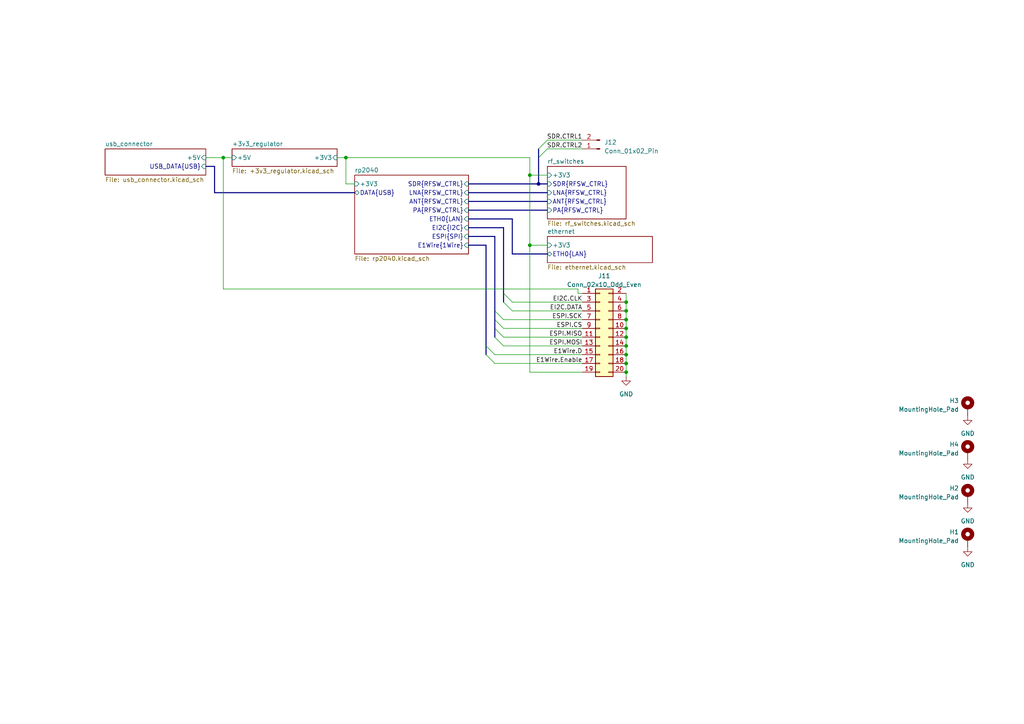
<source format=kicad_sch>
(kicad_sch (version 20230121) (generator eeschema)
  (paper "A4")
  (lib_symbols
    (symbol "Connector:Conn_01x02_Pin" (pin_names (offset 1.016) hide)
      (property "Reference" "J" (at 0 2.54 0))
      (property "Value" "Conn_01x02_Pin" (at 0 -5.08 0))
      (symbol "Conn_01x02_Pin_1_1"
        (polyline (pts (xy 1.27 -2.54) (xy 0.8636 -2.54)) (stroke (width 0.1524)))
        (polyline (pts (xy 1.27 0) (xy 0.8636 0)) (stroke (width 0.1524)))
        (rectangle (start 0.8636 -2.413) (end 0 -2.667) (stroke (width 0.1524)) (fill (type outline)))
        (rectangle (start 0.8636 0.127) (end 0 -0.127) (stroke (width 0.1524)) (fill (type outline)))
        (pin passive line (at 5.08 0 180) (length 3.81) (name "Pin_1") (number "1"))
        (pin passive line (at 5.08 -2.54 180) (length 3.81) (name "Pin_2") (number "2"))
      )
    )
    (symbol "Connector_Generic:Conn_02x10_Odd_Even" (pin_names (offset 1.016) hide)
      (property "Reference" "J" (at 1.27 12.7 0))
      (property "Value" "Conn_02x10_Odd_Even" (at 1.27 -15.24 0))
      (symbol "Conn_02x10_Odd_Even_1_1"
        (rectangle (start -1.27 -12.573) (end 0 -12.827) (stroke (width 0.1524)))
        (rectangle (start -1.27 -10.033) (end 0 -10.287) (stroke (width 0.1524)))
        (rectangle (start -1.27 -7.493) (end 0 -7.747) (stroke (width 0.1524)))
        (rectangle (start -1.27 -4.953) (end 0 -5.207) (stroke (width 0.1524)))
        (rectangle (start -1.27 -2.413) (end 0 -2.667) (stroke (width 0.1524)))
        (rectangle (start -1.27 0.127) (end 0 -0.127) (stroke (width 0.1524)))
        (rectangle (start -1.27 2.667) (end 0 2.413) (stroke (width 0.1524)))
        (rectangle (start -1.27 5.207) (end 0 4.953) (stroke (width 0.1524)))
        (rectangle (start -1.27 7.747) (end 0 7.493) (stroke (width 0.1524)))
        (rectangle (start -1.27 10.287) (end 0 10.033) (stroke (width 0.1524)))
        (rectangle (start -1.27 11.43) (end 3.81 -13.97) (stroke (width 0.254)) (fill (type background)))
        (rectangle (start 3.81 -12.573) (end 2.54 -12.827) (stroke (width 0.1524)))
        (rectangle (start 3.81 -10.033) (end 2.54 -10.287) (stroke (width 0.1524)))
        (rectangle (start 3.81 -7.493) (end 2.54 -7.747) (stroke (width 0.1524)))
        (rectangle (start 3.81 -4.953) (end 2.54 -5.207) (stroke (width 0.1524)))
        (rectangle (start 3.81 -2.413) (end 2.54 -2.667) (stroke (width 0.1524)))
        (rectangle (start 3.81 0.127) (end 2.54 -0.127) (stroke (width 0.1524)))
        (rectangle (start 3.81 2.667) (end 2.54 2.413) (stroke (width 0.1524)))
        (rectangle (start 3.81 5.207) (end 2.54 4.953) (stroke (width 0.1524)))
        (rectangle (start 3.81 7.747) (end 2.54 7.493) (stroke (width 0.1524)))
        (rectangle (start 3.81 10.287) (end 2.54 10.033) (stroke (width 0.1524)))
        (pin passive line (at -5.08 10.16 0) (length 3.81) (name "Pin_1") (number "1"))
        (pin passive line (at 7.62 0 180) (length 3.81) (name "Pin_10") (number "10"))
        (pin passive line (at -5.08 -2.54 0) (length 3.81) (name "Pin_11") (number "11"))
        (pin passive line (at 7.62 -2.54 180) (length 3.81) (name "Pin_12") (number "12"))
        (pin passive line (at -5.08 -5.08 0) (length 3.81) (name "Pin_13") (number "13"))
        (pin passive line (at 7.62 -5.08 180) (length 3.81) (name "Pin_14") (number "14"))
        (pin passive line (at -5.08 -7.62 0) (length 3.81) (name "Pin_15") (number "15"))
        (pin passive line (at 7.62 -7.62 180) (length 3.81) (name "Pin_16") (number "16"))
        (pin passive line (at -5.08 -10.16 0) (length 3.81) (name "Pin_17") (number "17"))
        (pin passive line (at 7.62 -10.16 180) (length 3.81) (name "Pin_18") (number "18"))
        (pin passive line (at -5.08 -12.7 0) (length 3.81) (name "Pin_19") (number "19"))
        (pin passive line (at 7.62 10.16 180) (length 3.81) (name "Pin_2") (number "2"))
        (pin passive line (at 7.62 -12.7 180) (length 3.81) (name "Pin_20") (number "20"))
        (pin passive line (at -5.08 7.62 0) (length 3.81) (name "Pin_3") (number "3"))
        (pin passive line (at 7.62 7.62 180) (length 3.81) (name "Pin_4") (number "4"))
        (pin passive line (at -5.08 5.08 0) (length 3.81) (name "Pin_5") (number "5"))
        (pin passive line (at 7.62 5.08 180) (length 3.81) (name "Pin_6") (number "6"))
        (pin passive line (at -5.08 2.54 0) (length 3.81) (name "Pin_7") (number "7"))
        (pin passive line (at 7.62 2.54 180) (length 3.81) (name "Pin_8") (number "8"))
        (pin passive line (at -5.08 0 0) (length 3.81) (name "Pin_9") (number "9"))
      )
    )
    (symbol "Mechanical:MountingHole_Pad" (pin_numbers hide) (pin_names (offset 1.016) hide)
      (property "Reference" "H" (at 0 6.35 0))
      (property "Value" "MountingHole_Pad" (at 0 4.445 0))
      (symbol "MountingHole_Pad_0_1"
        (circle (center 0 1.27) (radius 1.27) (stroke (width 1.27)))
      )
      (symbol "MountingHole_Pad_1_1"
        (pin input line (at 0 -2.54 90) (length 2.54) (name "1") (number "1"))
      )
    )
    (symbol "power:GND" (power) (pin_names (offset 0))
      (property "Value" "GND" (at 0 -3.81 0))
      (symbol "GND_0_1"
        (polyline (pts (xy 0 0) (xy 0 -1.27) (xy 1.27 -1.27) (xy 0 -2.54) (xy -1.27 -1.27) (xy 0 -1.27)))
      )
      (symbol "GND_1_1"
        (pin power_in line (at 0 0 270) (length 0) hide (name "GND") (number "1"))
      )
    )
  )
  (junction (at 181.61 90.17))
  (junction (at 181.61 102.87))
  (junction (at 181.61 95.25))
  (junction (at 64.77 45.72))
  (junction (at 181.61 107.95))
  (junction (at 156.21 53.34))
  (junction (at 181.61 105.41))
  (junction (at 181.61 97.79))
  (junction (at 181.61 100.33))
  (junction (at 181.61 87.63))
  (junction (at 153.67 50.8))
  (junction (at 100.33 45.72))
  (junction (at 153.67 71.12))
  (junction (at 181.61 92.71))
  (bus_entry (at 146.05 85.09) (size 2.54 2.54))
  (bus_entry (at 140.97 100.33) (size 2.54 2.54))
  (bus_entry (at 140.97 102.87) (size 2.54 2.54))
  (bus_entry (at 156.21 43.18) (size 2.54 -2.54))
  (bus_entry (at 146.05 87.63) (size 2.54 2.54))
  (bus_entry (at 143.51 95.25) (size 2.54 2.54))
  (bus_entry (at 143.51 97.79) (size 2.54 2.54))
  (bus_entry (at 143.51 92.71) (size 2.54 2.54))
  (bus_entry (at 143.51 90.17) (size 2.54 2.54))
  (bus_entry (at 156.21 45.72) (size 2.54 -2.54))
  (wire (pts (xy 97.79 45.72) (xy 100.33 45.72)))
  (bus (pts (xy 146.05 85.09) (xy 146.05 87.63)))
  (wire (pts (xy 64.77 45.72) (xy 64.77 83.82)))
  (bus (pts (xy 135.89 68.58) (xy 143.51 68.58)))
  (bus (pts (xy 143.51 90.17) (xy 143.51 92.71)))
  (wire (pts (xy 181.61 87.63) (xy 181.61 90.17)))
  (bus (pts (xy 135.89 66.04) (xy 146.05 66.04)))
  (wire (pts (xy 167.64 83.82) (xy 64.77 83.82)))
  (wire (pts (xy 102.87 53.34) (xy 100.33 53.34)))
  (bus (pts (xy 135.89 63.5) (xy 148.59 63.5)))
  (wire (pts (xy 153.67 107.95) (xy 168.91 107.95)))
  (bus (pts (xy 143.51 68.58) (xy 143.51 90.17)))
  (bus (pts (xy 62.23 48.26) (xy 62.23 55.88)))
  (bus (pts (xy 135.89 71.12) (xy 140.97 71.12)))
  (wire (pts (xy 153.67 50.8) (xy 158.75 50.8)))
  (bus (pts (xy 135.89 55.88) (xy 158.75 55.88)))
  (wire (pts (xy 153.67 50.8) (xy 153.67 71.12)))
  (wire (pts (xy 153.67 45.72) (xy 153.67 50.8)))
  (wire (pts (xy 146.05 100.33) (xy 168.91 100.33)))
  (bus (pts (xy 143.51 92.71) (xy 143.51 95.25)))
  (wire (pts (xy 181.61 90.17) (xy 181.61 92.71)))
  (wire (pts (xy 64.77 45.72) (xy 67.31 45.72)))
  (bus (pts (xy 135.89 60.96) (xy 158.75 60.96)))
  (wire (pts (xy 146.05 92.71) (xy 168.91 92.71)))
  (wire (pts (xy 158.75 43.18) (xy 168.91 43.18)))
  (wire (pts (xy 181.61 105.41) (xy 181.61 107.95)))
  (wire (pts (xy 146.05 97.79) (xy 168.91 97.79)))
  (wire (pts (xy 168.91 85.09) (xy 167.64 85.09)))
  (wire (pts (xy 181.61 100.33) (xy 181.61 102.87)))
  (wire (pts (xy 181.61 107.95) (xy 181.61 109.22)))
  (wire (pts (xy 181.61 95.25) (xy 181.61 97.79)))
  (wire (pts (xy 181.61 85.09) (xy 181.61 87.63)))
  (bus (pts (xy 143.51 95.25) (xy 143.51 97.79)))
  (bus (pts (xy 146.05 66.04) (xy 146.05 85.09)))
  (wire (pts (xy 181.61 97.79) (xy 181.61 100.33)))
  (wire (pts (xy 143.51 102.87) (xy 168.91 102.87)))
  (bus (pts (xy 156.21 43.18) (xy 156.21 45.72)))
  (wire (pts (xy 100.33 53.34) (xy 100.33 45.72)))
  (wire (pts (xy 167.64 85.09) (xy 167.64 83.82)))
  (bus (pts (xy 156.21 53.34) (xy 158.75 53.34)))
  (wire (pts (xy 153.67 71.12) (xy 158.75 71.12)))
  (wire (pts (xy 146.05 95.25) (xy 168.91 95.25)))
  (bus (pts (xy 135.89 58.42) (xy 158.75 58.42)))
  (wire (pts (xy 153.67 71.12) (xy 153.67 107.95)))
  (wire (pts (xy 148.59 87.63) (xy 168.91 87.63)))
  (wire (pts (xy 143.51 105.41) (xy 168.91 105.41)))
  (wire (pts (xy 158.75 40.64) (xy 168.91 40.64)))
  (bus (pts (xy 148.59 73.66) (xy 158.75 73.66)))
  (bus (pts (xy 140.97 100.33) (xy 140.97 102.87)))
  (bus (pts (xy 148.59 63.5) (xy 148.59 73.66)))
  (bus (pts (xy 62.23 55.88) (xy 102.87 55.88)))
  (wire (pts (xy 59.69 45.72) (xy 64.77 45.72)))
  (wire (pts (xy 181.61 102.87) (xy 181.61 105.41)))
  (bus (pts (xy 135.89 53.34) (xy 156.21 53.34)))
  (bus (pts (xy 59.69 48.26) (xy 62.23 48.26)))
  (bus (pts (xy 156.21 45.72) (xy 156.21 53.34)))
  (wire (pts (xy 181.61 92.71) (xy 181.61 95.25)))
  (wire (pts (xy 148.59 90.17) (xy 168.91 90.17)))
  (bus (pts (xy 140.97 71.12) (xy 140.97 100.33)))
  (wire (pts (xy 100.33 45.72) (xy 153.67 45.72)))
  (label "ESPI.SCK" (at 168.91 92.71 180))
  (label "ESPI.MISO" (at 168.91 97.79 180))
  (label "EI2C.DATA" (at 168.91 90.17 180))
  (label "SDR.CTRL2" (at 168.91 43.18 180))
  (label "EI2C.CLK" (at 168.91 87.63 180))
  (label "E1Wire.D" (at 168.91 102.87 180))
  (label "ESPI.CS" (at 168.91 95.25 180))
  (label "SDR.CTRL1" (at 168.91 40.64 180))
  (label "E1Wire.Enable" (at 168.91 105.41 180))
  (label "ESPI.MOSI" (at 168.91 100.33 180))
  (symbol (lib_id "Mechanical:MountingHole_Pad") (at 280.67 143.51 0) (unit 1)
    (property "Reference" "H2" (at 278.13 141.605 0) (effects (justify right)))
    (property "Value" "MountingHole_Pad" (at 278.13 144.145 0) (effects (justify right)))
    (property "Footprint" "MountingHole:MountingHole_3.2mm_M3_Pad_Via" (effects hide))
  )
  (symbol (lib_id "power:GND") (at 181.61 109.22 0) (unit 1)
    (property "Reference" "#PWR037" (effects hide))
    (property "Value" "GND" (at 181.61 114.3 0))
  )
  (symbol (lib_id "power:GND") (at 280.67 158.75 0) (unit 1)
    (property "Reference" "#PWR040" (effects hide))
    (property "Value" "GND" (at 280.67 163.83 0))
  )
  (symbol (lib_id "Mechanical:MountingHole_Pad") (at 280.67 118.11 0) (unit 1)
    (property "Reference" "H3" (at 278.13 116.205 0) (effects (justify right)))
    (property "Value" "MountingHole_Pad" (at 278.13 118.745 0) (effects (justify right)))
    (property "Footprint" "MountingHole:MountingHole_3.2mm_M3_Pad_Via" (effects hide))
  )
  (symbol (lib_id "power:GND") (at 280.67 120.65 0) (unit 1)
    (property "Reference" "#PWR042" (effects hide))
    (property "Value" "GND" (at 280.67 125.73 0))
  )
  (symbol (lib_id "Connector:Conn_01x02_Pin") (at 173.99 43.18 180) (unit 1)
    (property "Reference" "J12" (at 175.26 41.275 0) (effects (justify right)))
    (property "Value" "Conn_01x02_Pin" (at 175.26 43.815 0) (effects (justify right)))
    (property "Footprint" "Connector_PinHeader_2.54mm:PinHeader_1x02_P2.54mm_Vertical" (effects hide))
  )
  (symbol (lib_id "Mechanical:MountingHole_Pad") (at 280.67 156.21 0) (unit 1)
    (property "Reference" "H1" (at 278.13 154.305 0) (effects (justify right)))
    (property "Value" "MountingHole_Pad" (at 278.13 156.845 0) (effects (justify right)))
    (property "Footprint" "MountingHole:MountingHole_3.2mm_M3_Pad_Via" (effects hide))
  )
  (symbol (lib_id "power:GND") (at 280.67 146.05 0) (unit 1)
    (property "Reference" "#PWR041" (effects hide))
    (property "Value" "GND" (at 280.67 151.13 0))
  )
  (symbol (lib_id "Connector_Generic:Conn_02x10_Odd_Even") (at 173.99 95.25 0) (unit 1)
    (property "Reference" "J11" (at 175.26 80.01 0))
    (property "Value" "Conn_02x10_Odd_Even" (at 175.26 82.55 0))
    (property "Footprint" "Connector_PinSocket_2.54mm:PinSocket_2x10_P2.54mm_Horizontal" (effects hide))
  )
  (symbol (lib_id "Mechanical:MountingHole_Pad") (at 280.67 130.81 0) (unit 1)
    (property "Reference" "H4" (at 278.13 128.905 0) (effects (justify right)))
    (property "Value" "MountingHole_Pad" (at 278.13 131.445 0) (effects (justify right)))
    (property "Footprint" "MountingHole:MountingHole_3.2mm_M3_Pad_Via" (effects hide))
  )
  (symbol (lib_id "power:GND") (at 280.67 133.35 0) (unit 1)
    (property "Reference" "#PWR043" (effects hide))
    (property "Value" "GND" (at 280.67 138.43 0))
  )
  (sheet (at 67.31 43.18) (size 30.48 5.08) (stroke (width 0.1524))
    (property "Sheetname" "+3v3_regulator" (at 67.31 42.4684 0) (effects (justify left bottom)))
    (property "Sheetfile" "+3v3_regulator.kicad_sch" (at 67.31 48.8446 0) (effects (justify left top)))
    (pin "+5V" input (at 67.31 45.72 180))
    (pin "+3V3" input (at 97.79 45.72 0))
  )
  (sheet (at 158.75 48.26) (size 22.86 15.24) (stroke (width 0.1524))
    (property "Sheetname" "rf_switches" (at 158.75 47.5484 0) (effects (justify left bottom)))
    (property "Sheetfile" "rf_switches.kicad_sch" (at 158.75 64.0846 0) (effects (justify left top)))
    (pin "+3V3" input (at 158.75 50.8 180))
    (pin "PA{RFSW_CTRL}" input (at 158.75 60.96 180))
    (pin "LNA{RFSW_CTRL}" input (at 158.75 55.88 180))
    (pin "SDR{RFSW_CTRL}" input (at 158.75 53.34 180))
    (pin "ANT{RFSW_CTRL}" input (at 158.75 58.42 180))
  )
  (sheet (at 102.87 50.8) (size 33.02 22.86) (stroke (width 0.1524))
    (property "Sheetname" "rp2040" (at 102.87 50.0884 0) (effects (justify left bottom)))
    (property "Sheetfile" "rp2040.kicad_sch" (at 102.87 74.2446 0) (effects (justify left top)))
    (pin "+3V3" input (at 102.87 53.34 180))
    (pin "EI2C{I2C}" input (at 135.89 66.04 0))
    (pin "ESPI{SPI}" input (at 135.89 68.58 0))
    (pin "ETH0{LAN}" input (at 135.89 63.5 0))
    (pin "E1Wire{1Wire}" input (at 135.89 71.12 0))
    (pin "DATA{USB}" bidirectional (at 102.87 55.88 180))
    (pin "SDR{RFSW_CTRL}" input (at 135.89 53.34 0))
    (pin "PA{RFSW_CTRL}" input (at 135.89 60.96 0))
    (pin "ANT{RFSW_CTRL}" input (at 135.89 58.42 0))
    (pin "LNA{RFSW_CTRL}" input (at 135.89 55.88 0))
  )
  (sheet (at 158.75 68.58) (size 30.48 7.62) (stroke (width 0.1524))
    (property "Sheetname" "ethernet" (at 158.75 67.8684 0) (effects (justify left bottom)))
    (property "Sheetfile" "ethernet.kicad_sch" (at 158.75 76.7846 0) (effects (justify left top)))
    (pin "ETH0{LAN}" bidirectional (at 158.75 73.66 180))
    (pin "+3V3" input (at 158.75 71.12 180))
  )
  (sheet (at 30.48 43.18) (size 29.21 7.62) (stroke (width 0.1524))
    (property "Sheetname" "usb_connector" (at 30.48 42.4684 0) (effects (justify left bottom)))
    (property "Sheetfile" "usb_connector.kicad_sch" (at 30.48 51.3846 0) (effects (justify left top)))
    (pin "+5V" input (at 59.69 45.72 0))
    (pin "USB_DATA{USB}" input (at 59.69 48.26 0))
  )
)
</source>
